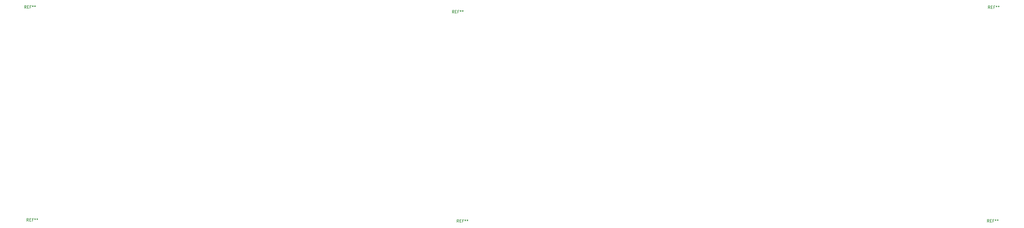
<source format=gbr>
%TF.GenerationSoftware,KiCad,Pcbnew,7.0.1*%
%TF.CreationDate,2023-07-11T18:08:57-07:00*%
%TF.ProjectId,switchplate,73776974-6368-4706-9c61-74652e6b6963,rev?*%
%TF.SameCoordinates,Original*%
%TF.FileFunction,Legend,Top*%
%TF.FilePolarity,Positive*%
%FSLAX46Y46*%
G04 Gerber Fmt 4.6, Leading zero omitted, Abs format (unit mm)*
G04 Created by KiCad (PCBNEW 7.0.1) date 2023-07-11 18:08:57*
%MOMM*%
%LPD*%
G01*
G04 APERTURE LIST*
%ADD10C,0.150000*%
G04 APERTURE END LIST*
D10*
%TO.C,REF\u002A\u002A*%
X120436667Y-132132620D02*
X120103334Y-131656429D01*
X119865239Y-132132620D02*
X119865239Y-131132620D01*
X119865239Y-131132620D02*
X120246191Y-131132620D01*
X120246191Y-131132620D02*
X120341429Y-131180239D01*
X120341429Y-131180239D02*
X120389048Y-131227858D01*
X120389048Y-131227858D02*
X120436667Y-131323096D01*
X120436667Y-131323096D02*
X120436667Y-131465953D01*
X120436667Y-131465953D02*
X120389048Y-131561191D01*
X120389048Y-131561191D02*
X120341429Y-131608810D01*
X120341429Y-131608810D02*
X120246191Y-131656429D01*
X120246191Y-131656429D02*
X119865239Y-131656429D01*
X120865239Y-131608810D02*
X121198572Y-131608810D01*
X121341429Y-132132620D02*
X120865239Y-132132620D01*
X120865239Y-132132620D02*
X120865239Y-131132620D01*
X120865239Y-131132620D02*
X121341429Y-131132620D01*
X122103334Y-131608810D02*
X121770001Y-131608810D01*
X121770001Y-132132620D02*
X121770001Y-131132620D01*
X121770001Y-131132620D02*
X122246191Y-131132620D01*
X122770001Y-131132620D02*
X122770001Y-131370715D01*
X122531906Y-131275477D02*
X122770001Y-131370715D01*
X122770001Y-131370715D02*
X123008096Y-131275477D01*
X122627144Y-131561191D02*
X122770001Y-131370715D01*
X122770001Y-131370715D02*
X122912858Y-131561191D01*
X123531906Y-131132620D02*
X123531906Y-131370715D01*
X123293811Y-131275477D02*
X123531906Y-131370715D01*
X123531906Y-131370715D02*
X123770001Y-131275477D01*
X123389049Y-131561191D02*
X123531906Y-131370715D01*
X123531906Y-131370715D02*
X123674763Y-131561191D01*
X308116667Y-56332620D02*
X307783334Y-55856429D01*
X307545239Y-56332620D02*
X307545239Y-55332620D01*
X307545239Y-55332620D02*
X307926191Y-55332620D01*
X307926191Y-55332620D02*
X308021429Y-55380239D01*
X308021429Y-55380239D02*
X308069048Y-55427858D01*
X308069048Y-55427858D02*
X308116667Y-55523096D01*
X308116667Y-55523096D02*
X308116667Y-55665953D01*
X308116667Y-55665953D02*
X308069048Y-55761191D01*
X308069048Y-55761191D02*
X308021429Y-55808810D01*
X308021429Y-55808810D02*
X307926191Y-55856429D01*
X307926191Y-55856429D02*
X307545239Y-55856429D01*
X308545239Y-55808810D02*
X308878572Y-55808810D01*
X309021429Y-56332620D02*
X308545239Y-56332620D01*
X308545239Y-56332620D02*
X308545239Y-55332620D01*
X308545239Y-55332620D02*
X309021429Y-55332620D01*
X309783334Y-55808810D02*
X309450001Y-55808810D01*
X309450001Y-56332620D02*
X309450001Y-55332620D01*
X309450001Y-55332620D02*
X309926191Y-55332620D01*
X310450001Y-55332620D02*
X310450001Y-55570715D01*
X310211906Y-55475477D02*
X310450001Y-55570715D01*
X310450001Y-55570715D02*
X310688096Y-55475477D01*
X310307144Y-55761191D02*
X310450001Y-55570715D01*
X310450001Y-55570715D02*
X310592858Y-55761191D01*
X311211906Y-55332620D02*
X311211906Y-55570715D01*
X310973811Y-55475477D02*
X311211906Y-55570715D01*
X311211906Y-55570715D02*
X311450001Y-55475477D01*
X311069049Y-55761191D02*
X311211906Y-55570715D01*
X311211906Y-55570715D02*
X311354763Y-55761191D01*
X-31553332Y-131722620D02*
X-31886665Y-131246429D01*
X-32124760Y-131722620D02*
X-32124760Y-130722620D01*
X-32124760Y-130722620D02*
X-31743808Y-130722620D01*
X-31743808Y-130722620D02*
X-31648570Y-130770239D01*
X-31648570Y-130770239D02*
X-31600951Y-130817858D01*
X-31600951Y-130817858D02*
X-31553332Y-130913096D01*
X-31553332Y-130913096D02*
X-31553332Y-131055953D01*
X-31553332Y-131055953D02*
X-31600951Y-131151191D01*
X-31600951Y-131151191D02*
X-31648570Y-131198810D01*
X-31648570Y-131198810D02*
X-31743808Y-131246429D01*
X-31743808Y-131246429D02*
X-32124760Y-131246429D01*
X-31124760Y-131198810D02*
X-30791427Y-131198810D01*
X-30648570Y-131722620D02*
X-31124760Y-131722620D01*
X-31124760Y-131722620D02*
X-31124760Y-130722620D01*
X-31124760Y-130722620D02*
X-30648570Y-130722620D01*
X-29886665Y-131198810D02*
X-30219998Y-131198810D01*
X-30219998Y-131722620D02*
X-30219998Y-130722620D01*
X-30219998Y-130722620D02*
X-29743808Y-130722620D01*
X-29219998Y-130722620D02*
X-29219998Y-130960715D01*
X-29458093Y-130865477D02*
X-29219998Y-130960715D01*
X-29219998Y-130960715D02*
X-28981903Y-130865477D01*
X-29362855Y-131151191D02*
X-29219998Y-130960715D01*
X-29219998Y-130960715D02*
X-29077141Y-131151191D01*
X-28458093Y-130722620D02*
X-28458093Y-130960715D01*
X-28696188Y-130865477D02*
X-28458093Y-130960715D01*
X-28458093Y-130960715D02*
X-28219998Y-130865477D01*
X-28600950Y-131151191D02*
X-28458093Y-130960715D01*
X-28458093Y-130960715D02*
X-28315236Y-131151191D01*
X307786667Y-132082620D02*
X307453334Y-131606429D01*
X307215239Y-132082620D02*
X307215239Y-131082620D01*
X307215239Y-131082620D02*
X307596191Y-131082620D01*
X307596191Y-131082620D02*
X307691429Y-131130239D01*
X307691429Y-131130239D02*
X307739048Y-131177858D01*
X307739048Y-131177858D02*
X307786667Y-131273096D01*
X307786667Y-131273096D02*
X307786667Y-131415953D01*
X307786667Y-131415953D02*
X307739048Y-131511191D01*
X307739048Y-131511191D02*
X307691429Y-131558810D01*
X307691429Y-131558810D02*
X307596191Y-131606429D01*
X307596191Y-131606429D02*
X307215239Y-131606429D01*
X308215239Y-131558810D02*
X308548572Y-131558810D01*
X308691429Y-132082620D02*
X308215239Y-132082620D01*
X308215239Y-132082620D02*
X308215239Y-131082620D01*
X308215239Y-131082620D02*
X308691429Y-131082620D01*
X309453334Y-131558810D02*
X309120001Y-131558810D01*
X309120001Y-132082620D02*
X309120001Y-131082620D01*
X309120001Y-131082620D02*
X309596191Y-131082620D01*
X310120001Y-131082620D02*
X310120001Y-131320715D01*
X309881906Y-131225477D02*
X310120001Y-131320715D01*
X310120001Y-131320715D02*
X310358096Y-131225477D01*
X309977144Y-131511191D02*
X310120001Y-131320715D01*
X310120001Y-131320715D02*
X310262858Y-131511191D01*
X310881906Y-131082620D02*
X310881906Y-131320715D01*
X310643811Y-131225477D02*
X310881906Y-131320715D01*
X310881906Y-131320715D02*
X311120001Y-131225477D01*
X310739049Y-131511191D02*
X310881906Y-131320715D01*
X310881906Y-131320715D02*
X311024763Y-131511191D01*
X118769167Y-57912620D02*
X118435834Y-57436429D01*
X118197739Y-57912620D02*
X118197739Y-56912620D01*
X118197739Y-56912620D02*
X118578691Y-56912620D01*
X118578691Y-56912620D02*
X118673929Y-56960239D01*
X118673929Y-56960239D02*
X118721548Y-57007858D01*
X118721548Y-57007858D02*
X118769167Y-57103096D01*
X118769167Y-57103096D02*
X118769167Y-57245953D01*
X118769167Y-57245953D02*
X118721548Y-57341191D01*
X118721548Y-57341191D02*
X118673929Y-57388810D01*
X118673929Y-57388810D02*
X118578691Y-57436429D01*
X118578691Y-57436429D02*
X118197739Y-57436429D01*
X119197739Y-57388810D02*
X119531072Y-57388810D01*
X119673929Y-57912620D02*
X119197739Y-57912620D01*
X119197739Y-57912620D02*
X119197739Y-56912620D01*
X119197739Y-56912620D02*
X119673929Y-56912620D01*
X120435834Y-57388810D02*
X120102501Y-57388810D01*
X120102501Y-57912620D02*
X120102501Y-56912620D01*
X120102501Y-56912620D02*
X120578691Y-56912620D01*
X121102501Y-56912620D02*
X121102501Y-57150715D01*
X120864406Y-57055477D02*
X121102501Y-57150715D01*
X121102501Y-57150715D02*
X121340596Y-57055477D01*
X120959644Y-57341191D02*
X121102501Y-57150715D01*
X121102501Y-57150715D02*
X121245358Y-57341191D01*
X121864406Y-56912620D02*
X121864406Y-57150715D01*
X121626311Y-57055477D02*
X121864406Y-57150715D01*
X121864406Y-57150715D02*
X122102501Y-57055477D01*
X121721549Y-57341191D02*
X121864406Y-57150715D01*
X121864406Y-57150715D02*
X122007263Y-57341191D01*
X-32363332Y-56242620D02*
X-32696665Y-55766429D01*
X-32934760Y-56242620D02*
X-32934760Y-55242620D01*
X-32934760Y-55242620D02*
X-32553808Y-55242620D01*
X-32553808Y-55242620D02*
X-32458570Y-55290239D01*
X-32458570Y-55290239D02*
X-32410951Y-55337858D01*
X-32410951Y-55337858D02*
X-32363332Y-55433096D01*
X-32363332Y-55433096D02*
X-32363332Y-55575953D01*
X-32363332Y-55575953D02*
X-32410951Y-55671191D01*
X-32410951Y-55671191D02*
X-32458570Y-55718810D01*
X-32458570Y-55718810D02*
X-32553808Y-55766429D01*
X-32553808Y-55766429D02*
X-32934760Y-55766429D01*
X-31934760Y-55718810D02*
X-31601427Y-55718810D01*
X-31458570Y-56242620D02*
X-31934760Y-56242620D01*
X-31934760Y-56242620D02*
X-31934760Y-55242620D01*
X-31934760Y-55242620D02*
X-31458570Y-55242620D01*
X-30696665Y-55718810D02*
X-31029998Y-55718810D01*
X-31029998Y-56242620D02*
X-31029998Y-55242620D01*
X-31029998Y-55242620D02*
X-30553808Y-55242620D01*
X-30029998Y-55242620D02*
X-30029998Y-55480715D01*
X-30268093Y-55385477D02*
X-30029998Y-55480715D01*
X-30029998Y-55480715D02*
X-29791903Y-55385477D01*
X-30172855Y-55671191D02*
X-30029998Y-55480715D01*
X-30029998Y-55480715D02*
X-29887141Y-55671191D01*
X-29268093Y-55242620D02*
X-29268093Y-55480715D01*
X-29506188Y-55385477D02*
X-29268093Y-55480715D01*
X-29268093Y-55480715D02*
X-29029998Y-55385477D01*
X-29410950Y-55671191D02*
X-29268093Y-55480715D01*
X-29268093Y-55480715D02*
X-29125236Y-55671191D01*
%TD*%
M02*

</source>
